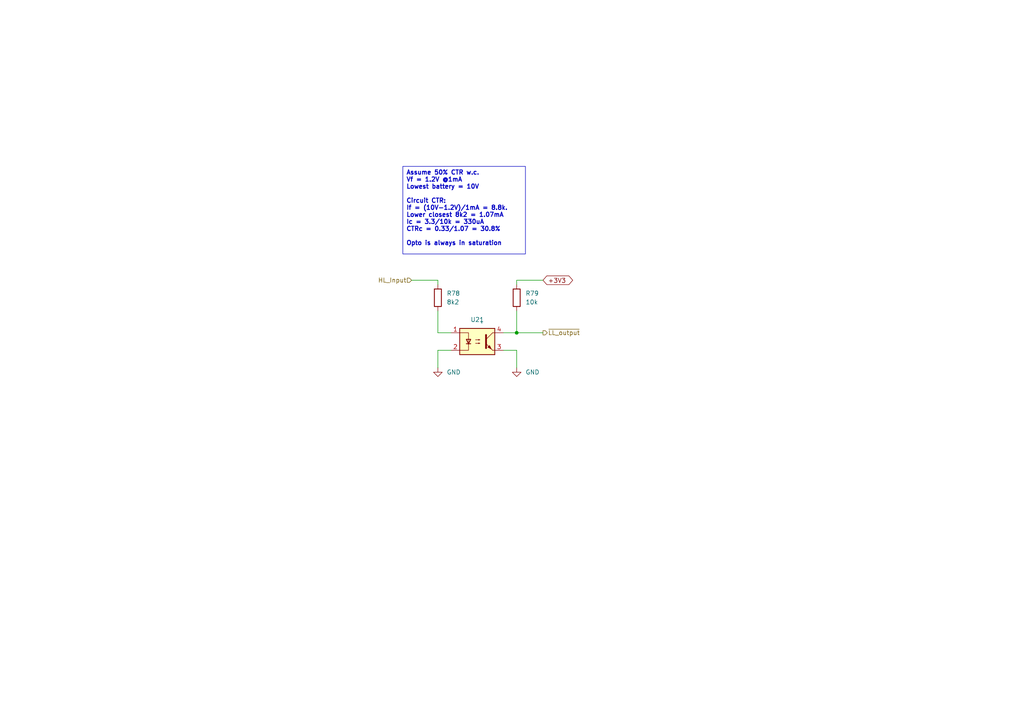
<source format=kicad_sch>
(kicad_sch (version 20250114) (generator "eeschema") (generator_version "9.0")
  (paper "A4")
  (title_block (title "VXDash RemoteECU") (date "2025-08-08") (rev "Proto A") (company "Alex Miller & Martin Roger") (comment 1 "https://github.com/martinroger/VXDash") (comment 2 "https://cadlab.io/projects/vxdash"))
  (lib_symbols
    (symbol "Isolator:SFH617A-2X009T"
      (property "Reference" "U" (at -3.81 5.08 0))
      (property "Value" "SFH617A-2X009T" (at 0 -5.08 0))
      (symbol "SFH617A-2X009T_1_1"
        (rectangle (start -5.08 3.81) (end 5.08 -3.81) (stroke (width 0.254)) (fill (type background)))
        (polyline (pts (xy -5.08 2.54) (xy -2.54 2.54) (xy -2.54 -0.762)))
        (polyline (pts (xy -3.175 -0.635) (xy -1.905 -0.635)) (stroke (width 0.254)))
        (polyline (pts (xy -2.54 -0.635) (xy -2.54 -2.54) (xy -5.08 -2.54)))
        (polyline (pts (xy -2.54 -0.635) (xy -3.175 0.635) (xy -1.905 0.635) (xy -2.54 -0.635)) (stroke (width 0.254)))
        (polyline (pts (xy -0.508 0.508) (xy 0.762 0.508) (xy 0.381 0.381) (xy 0.381 0.635) (xy 0.762 0.508)))
        (polyline (pts (xy -0.508 -0.508) (xy 0.762 -0.508) (xy 0.381 -0.635) (xy 0.381 -0.381) (xy 0.762 -0.508)))
        (polyline (pts (xy 2.54 1.905) (xy 2.54 -1.905) (xy 2.54 -1.905)) (stroke (width 0.508)))
        (polyline (pts (xy 2.54 0.635) (xy 4.445 2.54)))
        (polyline (pts (xy 3.048 -1.651) (xy 3.556 -1.143) (xy 4.064 -2.159) (xy 3.048 -1.651) (xy 3.048 -1.651)) (fill (type outline)))
        (polyline (pts (xy 4.445 2.54) (xy 5.08 2.54)))
        (polyline (pts (xy 4.445 -2.54) (xy 2.54 -0.635)) (fill (type outline)))
        (polyline (pts (xy 4.445 -2.54) (xy 5.08 -2.54)))
        (pin passive line (at -7.62 2.54 0) (length 2.54) (name "~") (number "1"))
        (pin passive line (at -7.62 -2.54 0) (length 2.54) (name "~") (number "2"))
        (pin passive line (at 7.62 2.54 180) (length 2.54) (name "~") (number "4"))
        (pin passive line (at 7.62 -2.54 180) (length 2.54) (name "~") (number "3"))
      )
    )
    (symbol "VXDash_passives:Res" (pin_numbers (hide yes)) (pin_names (offset 0))
      (property "Reference" "R" (at 1.27 1.27 0))
      (property "Value" "Res" (at 1.27 -1.27 0))
      (symbol "Res_0_1"
        (rectangle (start -1.016 -2.54) (end 1.016 2.54) (stroke (width 0.254)))
      )
      (symbol "Res_1_1"
        (pin passive line (at 0 3.81 270) (length 1.27) (name "~") (number "1"))
        (pin passive line (at 0 -3.81 90) (length 1.27) (name "~") (number "2"))
      )
    )
    (symbol "power:GND" (power) (pin_numbers (hide yes)) (pin_names (offset 0) (hide yes))
      (property "Value" "GND" (at 0 -3.81 0))
      (symbol "GND_0_1"
        (polyline (pts (xy 0 0) (xy 0 -1.27) (xy 1.27 -1.27) (xy 0 -2.54) (xy -1.27 -1.27) (xy 0 -1.27)))
      )
      (symbol "GND_1_1"
        (pin power_in line (at 0 0 270) (length 0) (name "~") (number "1"))
      )
    )
  )
  (text_box "Assume 50% CTR w.c.\nVf = 1.2V @1mA\nLowest battery = 10V\n\nCircuit CTR:\nIf = (10V-1.2V)/1mA = 8.8k. \nLower closest 8k2 = 1.07mA\nIc = 3.3/10k = 330uA\nCTRc = 0.33/1.07 = 30.8%\n\nOpto is always in saturation\n" (at 116.84 48.26 0) (size 35.56 25.4) (margins 0.9525 0.9525 0.9525 0.9525) (effects (font (size 1.27 1.27) (bold yes)) (justify left top)))
  (junction (at 149.86 96.52))
  (wire (pts (xy 149.86 106.68) (xy 149.86 101.6)))
  (wire (pts (xy 127 101.6) (xy 130.81 101.6)))
  (wire (pts (xy 157.48 96.52) (xy 149.86 96.52)))
  (wire (pts (xy 149.86 90.17) (xy 149.86 96.52)))
  (wire (pts (xy 119.38 81.28) (xy 127 81.28)))
  (wire (pts (xy 149.86 81.28) (xy 149.86 82.55)))
  (wire (pts (xy 127 96.52) (xy 130.81 96.52)))
  (wire (pts (xy 146.05 96.52) (xy 149.86 96.52)))
  (wire (pts (xy 127 81.28) (xy 127 82.55)))
  (wire (pts (xy 157.48 81.28) (xy 149.86 81.28)))
  (wire (pts (xy 127 96.52) (xy 127 90.17)))
  (wire (pts (xy 149.86 101.6) (xy 146.05 101.6)))
  (wire (pts (xy 127 106.68) (xy 127 101.6)))
  (global_label "+3V3" (shape bidirectional) (at 157.48 81.28 0) (property "Intersheetrefs" "${INTERSHEET_REFS}" (effects (hide yes))))
  (hierarchical_label "~{LL_output}" (shape output) (at 157.48 96.52 0))
  (hierarchical_label "HL_Input" (shape input) (at 119.38 81.28 180))
  (symbol (lib_id "Isolator:SFH617A-2X009T") (at 138.43 99.06 0) (unit 1)
    (property "Reference" "U21" (at 138.43 92.71 0))
    (property "Value" "~" (at 139.6999 93.98 90) (effects (justify left)))
    (property "Footprint" "Package_DIP:SMDIP-4_W7.62mm" (effects (hide yes)))
    (property "Datasheet" "https://www.diodes.com/assets/Datasheets/DPC817-Series.pdf" (effects (hide yes)))
    (property "Description" "Optocoupler 5kV" (effects (hide yes)))
  )
  (symbol (lib_id "VXDash_passives:Res") (at 149.86 86.36 0) (unit 1)
    (property "Reference" "R79" (at 152.4 85.0899 0) (effects (justify left)))
    (property "Value" "10k" (at 152.4 87.6299 0) (effects (justify left)))
    (property "Footprint" "Resistor_SMD:R_0805_2012Metric_Pad1.20x1.40mm_HandSolder" (effects (hide yes)))
    (property "Tol" "1%" (effects (hide yes)))
    (property "Power" "100mW" (effects (hide yes)))
  )
  (symbol (lib_id "power:GND") (at 149.86 106.68 0) (unit 1)
    (property "Reference" "#PWR072" (effects (hide yes)))
    (property "Value" "GND" (at 152.4 107.9499 0) (effects (justify left)))
    (property "Description" "Power symbol creates a global label with name \"GND\" , ground" (effects (hide yes)))
  )
  (symbol (lib_id "VXDash_passives:Res") (at 127 86.36 0) (unit 1)
    (property "Reference" "R78" (at 129.54 85.0899 0) (effects (justify left)))
    (property "Value" "8k2" (at 129.54 87.6299 0) (effects (justify left)))
    (property "Footprint" "Resistor_SMD:R_0805_2012Metric_Pad1.20x1.40mm_HandSolder" (effects (hide yes)))
    (property "Tol" "1%" (effects (hide yes)))
    (property "Power" "100mW" (effects (hide yes)))
  )
  (symbol (lib_id "power:GND") (at 127 106.68 0) (unit 1)
    (property "Reference" "#PWR071" (effects (hide yes)))
    (property "Value" "GND" (at 129.54 107.9499 0) (effects (justify left)))
    (property "Description" "Power symbol creates a global label with name \"GND\" , ground" (effects (hide yes)))
  )
)
</source>
